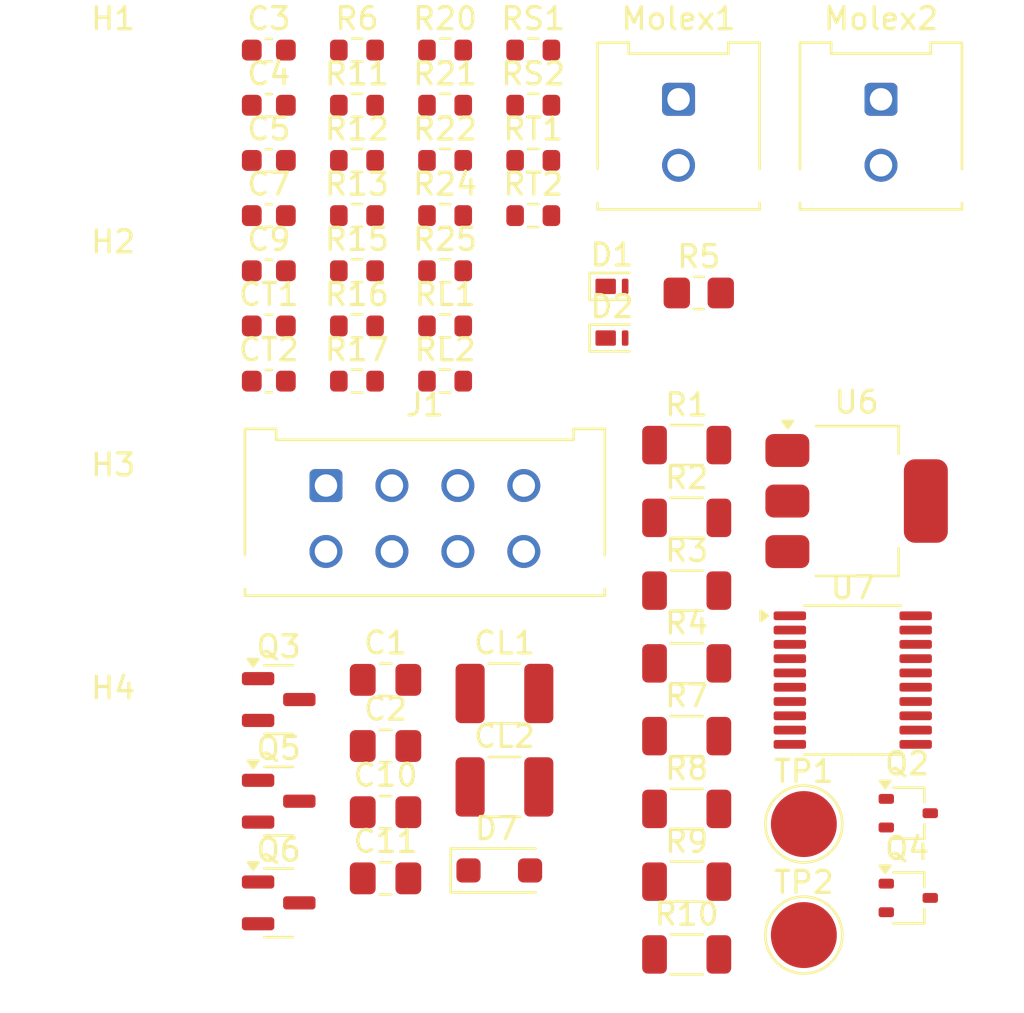
<source format=kicad_pcb>
(kicad_pcb (version 20241229) (generator "pcbnew") (generator_version "9.0")
  (layers (0 "F.Cu" signal) (2 "B.Cu" signal) (13 "F.Paste" user) (15 "B.Paste" user) (5 "F.SilkS" user "F.Silkscreen") (7 "B.SilkS" user "B.Silkscreen") (1 "F.Mask" user) (3 "B.Mask" user) (25 "Edge.Cuts" user))
  (net 0 "")
  (net 1 "Net-(PS1-+VIN(VCC))")
  (net 2 "3.3 V")
  (net 3 "12V_HV")
  (net 4 "HV-")
  (net 5 "Net-(U2-COMPIN)")
  (net 6 "Net-(U5-COMPIN)")
  (net 7 "GLV+")
  (net 8 "5V+")
  (net 9 "Net-(U5-IOUT)")
  (net 10 "Net-(CL1-Pad2)")
  (net 11 "Net-(CL2-Pad2)")
  (net 12 "Net-(U2-IOUT)")
  (net 13 "Net-(U5-RC)")
  (net 14 "Net-(U2-RC)")
  (net 15 "Net-(D2-K)")
  (net 16 "Net-(D7-A)")
  (net 17 "Pre_en")
  (net 18 "PC_error")
  (net 19 "charge_on")
  (net 20 "AIR+_en")
  (net 21 "SDCin")
  (net 22 "CHG")
  (net 23 "Net-(Molex1-Pin_2)")
  (net 24 "Net-(Molex1-Pin_1)")
  (net 25 "Net-(Molex2-Pin_2)")
  (net 26 "Net-(Molex2-Pin_1)")
  (net 27 "Net-(Q2-G)")
  (net 28 "Pre_GLV+")
  (net 29 "Net-(Q6-G)")
  (net 30 "Net-(Q6-S)")
  (net 31 "Net-(R1-Pad2)")
  (net 32 "/HV+_postAIR")
  (net 33 "Net-(R2-Pad2)")
  (net 34 "Net-(R3-Pad2)")
  (net 35 "Net-(R16-Pad1)")
  (net 36 "Net-(R7-Pad2)")
  (net 37 "/HV+_preAIR")
  (net 38 "Net-(R8-Pad2)")
  (net 39 "Net-(R10-Pad1)")
  (net 40 "Net-(R10-Pad2)")
  (net 41 "Net-(R12-Pad2)")
  (net 42 "Net-(R13-Pad2)")
  (net 43 "Net-(U2-FOUT)")
  (net 44 "Net-(U5-FOUT)")
  (net 45 "f_postAIR")
  (net 46 "f_preAIR")
  (net 47 "Net-(U5-IREF)")
  (net 48 "Net-(U2-IREF)")
  (footprint "Package_TO_SOT_SMD:SOT-23" (layer "F.Cu") (at 130.11 103.96)
    (property "Reference" "Q5" (at 0 -2.4 0) (layer "F.SilkS"))
    (property "Value" "AO3401A")
    (fp_line (start 0 -1.56) (end -0.65 -1.56) (stroke (width 0.12)) (layer "F.SilkS"))
    (fp_line (start 0 -1.56) (end 0.65 -1.56) (stroke (width 0.12)) (layer "F.SilkS"))
    (fp_line (start 0 1.56) (end -0.65 1.56) (stroke (width 0.12)) (layer "F.SilkS"))
    (fp_line (start 0 1.56) (end 0.65 1.56) (stroke (width 0.12)) (layer "F.SilkS"))
    (fp_poly (pts (xy -1.1625 -1.51) (xy -1.4025 -1.84) (xy -0.9225 -1.84)) (stroke (width 0.12)) (fill yes) (layer "F.SilkS"))
    (pad "1" smd roundrect (at -0.9375 -0.95) (size 1.475 0.6) (layers "F.Cu" "F.Mask" "F.Paste") (net 16 "Net-(D7-A)"))
    (pad "2" smd roundrect (at -0.9375 0.95) (size 1.475 0.6) (layers "F.Cu" "F.Mask" "F.Paste") (net 7 "GLV+"))
    (pad "3" smd roundrect (at 0.9375 0) (size 1.475 0.6) (layers "F.Cu" "F.Mask" "F.Paste") (net 28 "Pre_GLV+"))
  )
  (footprint "Capacitor_SMD:C_0805_2012Metric_Pad1.18x1.45mm_HandSolder" (layer "F.Cu") (at 134.97 101.45)
    (property "Reference" "C2" (at 0 -1.68 0) (layer "F.SilkS"))
    (property "Value" "0.47uF")
    (fp_line (start -0.261252 -0.735) (end 0.261252 -0.735) (stroke (width 0.12)) (layer "F.SilkS"))
    (fp_line (start -0.261252 0.735) (end 0.261252 0.735) (stroke (width 0.12)) (layer "F.SilkS"))
    (pad "1" smd roundrect (at -1.0375 0) (size 1.175 1.45) (layers "F.Cu" "F.Mask" "F.Paste") (roundrect_rratio 0.212766) (net 3 "12V_HV"))
    (pad "2" smd roundrect (at 1.0375 0) (size 1.175 1.45) (layers "F.Cu" "F.Mask" "F.Paste") (roundrect_rratio 0.212766) (net 4 "HV-"))
  )
  (footprint "Capacitor_SMD:C_0805_2012Metric_Pad1.18x1.45mm_HandSolder" (layer "F.Cu") (at 134.97 107.47)
    (property "Reference" "C11" (at 0 -1.68 0) (layer "F.SilkS"))
    (property "Value" "10uF")
    (fp_line (start -0.261252 -0.735) (end 0.261252 -0.735) (stroke (width 0.12)) (layer "F.SilkS"))
    (fp_line (start -0.261252 0.735) (end 0.261252 0.735) (stroke (width 0.12)) (layer "F.SilkS"))
    (pad "1" smd roundrect (at -1.0375 0) (size 1.175 1.45) (layers "F.Cu" "F.Mask" "F.Paste") (roundrect_rratio 0.212766) (net 8 "5V+"))
    (pad "2" smd roundrect (at 1.0375 0) (size 1.175 1.45) (layers "F.Cu" "F.Mask" "F.Paste") (roundrect_rratio 0.212766) (net 2 "3.3 V"))
  )
  (footprint "Package_TO_SOT_SMD:SOT-23" (layer "F.Cu") (at 130.11 99.335)
    (property "Reference" "Q3" (at 0 -2.4 0) (layer "F.SilkS"))
    (property "Value" "DMP2035U")
    (fp_line (start 0 -1.56) (end -0.65 -1.56) (stroke (width 0.12)) (layer "F.SilkS"))
    (fp_line (start 0 -1.56) (end 0.65 -1.56) (stroke (width 0.12)) (layer "F.SilkS"))
    (fp_line (start 0 1.56) (end -0.65 1.56) (stroke (width 0.12)) (layer "F.SilkS"))
    (fp_line (start 0 1.56) (end 0.65 1.56) (stroke (width 0.12)) (layer "F.SilkS"))
    (fp_poly (pts (xy -1.1625 -1.51) (xy -1.4025 -1.84) (xy -0.9225 -1.84)) (stroke (width 0.12)) (fill yes) (layer "F.SilkS"))
    (pad "1" smd roundrect (at -0.9375 -0.95) (size 1.475 0.6) (layers "F.Cu" "F.Mask" "F.Paste") (net 19 "charge_on"))
    (pad "2" smd roundrect (at -0.9375 0.95) (size 1.475 0.6) (layers "F.Cu" "F.Mask" "F.Paste") (net 21 "SDCin"))
    (pad "3" smd roundrect (at 0.9375 0) (size 1.475 0.6) (layers "F.Cu" "F.Mask" "F.Paste") (net 22 "CHG"))
  )
  (footprint "Capacitor_SMD:C_0603_1608Metric" (layer "F.Cu") (at 129.66 72.3)
    (property "Reference" "C4" (at 0 -1.43 0) (layer "F.SilkS"))
    (property "Value" "100nF")
    (fp_line (start -0.14058 -0.51) (end 0.14058 -0.51) (stroke (width 0.12)) (layer "F.SilkS"))
    (fp_line (start -0.14058 0.51) (end 0.14058 0.51) (stroke (width 0.12)) (layer "F.SilkS"))
    (pad "1" smd roundrect (at -0.775 0) (size 0.9 0.95) (layers "F.Cu" "F.Mask" "F.Paste") (net 3 "12V_HV"))
    (pad "2" smd roundrect (at 0.775 0) (size 0.9 0.95) (layers "F.Cu" "F.Mask" "F.Paste") (net 4 "HV-"))
  )
  (footprint "MountingHole:MountingHole_4.3mm_M4" (layer "F.Cu") (at 122.58 93.91)
    (property "Reference" "H3" (at 0 -5.25 0) (layer "F.SilkS"))
    (property "Value" "MountingHole")
    (pad "" np_thru_hole circle (at 0 0) (size 4.3 4.3) (drill 4.3) (layers "*.Cu" "*.Mask"))
  )
  (footprint "Resistor_SMD:R_0603_1608Metric" (layer "F.Cu") (at 133.67 72.3)
    (property "Reference" "R11" (at 0 -1.43 0) (layer "F.SilkS"))
    (property "Value" "25k")
    (fp_line (start -0.237258 -0.5225) (end 0.237258 -0.5225) (stroke (width 0.12)) (layer "F.SilkS"))
    (fp_line (start -0.237258 0.5225) (end 0.237258 0.5225) (stroke (width 0.12)) (layer "F.SilkS"))
    (pad "1" smd roundrect (at -0.825 0) (size 0.8 0.95) (layers "F.Cu" "F.Mask" "F.Paste") (net 40 "Net-(R10-Pad2)"))
    (pad "2" smd roundrect (at 0.825 0) (size 0.8 0.95) (layers "F.Cu" "F.Mask" "F.Paste") (net 4 "HV-"))
  )
  (footprint "Capacitor_SMD:C_0603_1608Metric" (layer "F.Cu") (at 129.66 74.81)
    (property "Reference" "C5" (at 0 -1.43 0) (layer "F.SilkS"))
    (property "Value" "100nF")
    (fp_line (start -0.14058 -0.51) (end 0.14058 -0.51) (stroke (width 0.12)) (layer "F.SilkS"))
    (fp_line (start -0.14058 0.51) (end 0.14058 0.51) (stroke (width 0.12)) (layer "F.SilkS"))
    (pad "1" smd roundrect (at -0.775 0) (size 0.9 0.95) (layers "F.Cu" "F.Mask" "F.Paste") (net 5 "Net-(U2-COMPIN)"))
    (pad "2" smd roundrect (at 0.775 0) (size 0.9 0.95) (layers "F.Cu" "F.Mask" "F.Paste") (net 4 "HV-"))
  )
  (footprint "Capacitor_SMD:C_0603_1608Metric" (layer "F.Cu") (at 129.66 79.83)
    (property "Reference" "C9" (at 0 -1.43 0) (layer "F.SilkS"))
    (property "Value" "100nF")
    (fp_line (start -0.14058 -0.51) (end 0.14058 -0.51) (stroke (width 0.12)) (layer "F.SilkS"))
    (fp_line (start -0.14058 0.51) (end 0.14058 0.51) (stroke (width 0.12)) (layer "F.SilkS"))
    (pad "1" smd roundrect (at -0.775 0) (size 0.9 0.95) (layers "F.Cu" "F.Mask" "F.Paste") (net 2 "3.3 V"))
    (pad "2" smd roundrect (at 0.775 0) (size 0.9 0.95) (layers "F.Cu" "F.Mask" "F.Paste") (net 2 "3.3 V"))
  )
  (footprint "MountingHole:MountingHole_4.3mm_M4" (layer "F.Cu") (at 122.58 83.76)
    (property "Reference" "H2" (at 0 -5.25 0) (layer "F.SilkS"))
    (property "Value" "MountingHole")
    (pad "" np_thru_hole circle (at 0 0) (size 4.3 4.3) (drill 4.3) (layers "*.Cu" "*.Mask"))
  )
  (footprint "Capacitor_SMD:C_0603_1608Metric" (layer "F.Cu") (at 129.66 77.32)
    (property "Reference" "C7" (at 0 -1.43 0) (layer "F.SilkS"))
    (property "Value" "100nF")
    (fp_line (start -0.14058 -0.51) (end 0.14058 -0.51) (stroke (width 0.12)) (layer "F.SilkS"))
    (fp_line (start -0.14058 0.51) (end 0.14058 0.51) (stroke (width 0.12)) (layer "F.SilkS"))
    (pad "1" smd roundrect (at -0.775 0) (size 0.9 0.95) (layers "F.Cu" "F.Mask" "F.Paste") (net 6 "Net-(U5-COMPIN)"))
    (pad "2" smd roundrect (at 0.775 0) (size 0.9 0.95) (layers "F.Cu" "F.Mask" "F.Paste") (net 4 "HV-"))
  )
  (footprint "Package_TO_SOT_SMD:SOT-323_SC-70" (layer "F.Cu") (at 158.75 104.505)
    (property "Reference" "Q2" (at -0.05 -2.25 0) (layer "F.SilkS"))
    (property "Value" "DMN3067LW")
    (fp_line (start -0.68 -1.16) (end 0.73 -1.16) (stroke (width 0.12)) (layer "F.SilkS"))
    (fp_line (start -0.68 1.16) (end 0.73 1.16) (stroke (width 0.12)) (layer "F.SilkS"))
    (fp_line (start 0.73 -1.16) (end 0.73 -0.5) (stroke (width 0.12)) (layer "F.SilkS"))
    (fp_line (start 0.73 0.5) (end 0.73 1.16) (stroke (width 0.12)) (layer "F.SilkS"))
    (fp_poly (pts (xy -1.05 -1.14) (xy -1.29 -1.47) (xy -0.81 -1.47) (xy -1.05 -1.14)) (stroke (width 0.12)) (fill yes) (layer "F.SilkS"))
    (pad "1" smd roundrect (at -1 -0.65 270) (size 0.45 0.7) (layers "F.Cu" "F.Mask" "F.Paste") (net 27 "Net-(Q2-G)"))
    (pad "2" smd roundrect (at -1 0.65 270) (size 0.45 0.7) (layers "F.Cu" "F.Mask" "F.Paste") (net 2 "3.3 V"))
    (pad "3" smd roundrect (at 1 0 270) (size 0.45 0.7) (layers "F.Cu" "F.Mask" "F.Paste") (net 20 "AIR+_en"))
  )
  (footprint "Resistor_SMD:R_1206_3216Metric" (layer "F.Cu") (at 148.67 87.76)
    (property "Reference" "R1" (at 0 -1.83 0) (layer "F.SilkS"))
    (property "Value" "210k")
    (fp_line (start -0.727064 -0.91) (end 0.727064 -0.91) (stroke (width 0.12)) (layer "F.SilkS"))
    (fp_line (start -0.727064 0.91) (end 0.727064 0.91) (stroke (width 0.12)) (layer "F.SilkS"))
    (pad "1" smd roundrect (at -1.4625 0) (size 1.125 1.75) (layers "F.Cu" "F.Mask" "F.Paste") (roundrect_rratio 0.222222) (net 32 "/HV+_postAIR"))
    (pad "2" smd roundrect (at 1.4625 0) (size 1.125 1.75) (layers "F.Cu" "F.Mask" "F.Paste") (roundrect_rratio 0.222222) (net 31 "Net-(R1-Pad2)"))
  )
  (footprint "Diode_SMD:Nexperia_DSN1608-2_1.6x0.8mm" (layer "F.Cu") (at 145.27 82.89)
    (property "Reference" "D2" (at 0 -1.43 0) (layer "F.SilkS"))
    (property "Value" "PTVS15VZ1USK")
    (fp_line (start -1.015 -0.61) (end -1.015 0.61) (stroke (width 0.12)) (layer "F.SilkS"))
    (fp_line (start -1.015 0.61) (end 0.8 0.61) (stroke (width 0.12)) (layer "F.SilkS"))
    (fp_line (start 0.8 -0.61) (end -1.015 -0.61) (stroke (width 0.12)) (layer "F.SilkS"))
    (pad "1" smd roundrect (at -0.285 0) (size 0.93 0.7) (layers "F.Cu" "F.Mask" "F.Paste") (roundrect_rratio 0.1071428571) (net 15 "Net-(D2-K)"))
    (pad "2" smd roundrect (at 0.6 0) (size 0.3 0.7) (layers "F.Cu" "F.Mask" "F.Paste") (net 2 "3.3 V"))
  )
  (footprint "Resistor_SMD:R_0805_2012Metric_Pad1.20x1.40mm_HandSolder" (layer "F.Cu") (at 149.22 80.84)
    (property "Reference" "R5" (at 0 -1.65 0) (layer "F.SilkS"))
    (property "Value" "10k")
    (fp_line (start -0.227064 -0.735) (end 0.227064 -0.735) (stroke (width 0.12)) (layer "F.SilkS"))
    (fp_line (start -0.227064 0.735) (end 0.227064 0.735) (stroke (width 0.12)) (layer "F.SilkS"))
    (pad "1" smd roundrect (at -1 0) (size 1.2 1.4) (layers "F.Cu" "F.Mask" "F.Paste") (roundrect_rratio 0.208333) (net 21 "SDCin"))
    (pad "2" smd roundrect (at 1 0) (size 1.2 1.4) (layers "F.Cu" "F.Mask" "F.Paste") (roundrect_rratio 0.208333) (net 19 "charge_on"))
  )
  (footprint "Resistor_SMD:R_0603_1608Metric" (layer "F.Cu") (at 133.67 79.83)
    (property "Reference" "R15" (at 0 -1.43 0) (layer "F.SilkS"))
    (property "Value" "10k")
    (fp_line (start -0.237258 -0.5225) (end 0.237258 -0.5225) (stroke (width 0.12)) (layer "F.SilkS"))
    (fp_line (start -0.237258 0.5225) (end 0.237258 0.5225) (stroke (width 0.12)) (layer "F.SilkS"))
    (pad "1" smd roundrect (at -0.825 0) (size 0.8 0.95) (layers "F.Cu" "F.Mask" "F.Paste") (net 3 "12V_HV"))
    (pad "2" smd roundrect (at 0.825 0) (size 0.8 0.95) (layers "F.Cu" "F.Mask" "F.Paste") (net 43 "Net-(U2-FOUT)"))
  )
  (footprint "Capacitor_SMD:C_0805_2012Metric_Pad1.18x1.45mm_HandSolder" (layer "F.Cu") (at 134.97 104.46)
    (property "Reference" "C10" (at 0 -1.68 0) (layer "F.SilkS"))
    (property "Value" "10uF")
    (fp_line (start -0.261252 -0.735) (end 0.261252 -0.735) (stroke (width 0.12)) (layer "F.SilkS"))
    (fp_line (start -0.261252 0.735) (end 0.261252 0.735) (stroke (width 0.12)) (layer "F.SilkS"))
    (pad "1" smd roundrect (at -1.0375 0) (size 1.175 1.45) (layers "F.Cu" "F.Mask" "F.Paste") (roundrect_rratio 0.212766) (net 7 "GLV+"))
    (pad "2" smd roundrect (at 1.0375 0) (size 1.175 1.45) (layers "F.Cu" "F.Mask" "F.Paste") (roundrect_rratio 0.212766) (net 2 "3.3 V"))
  )
  (footprint "Resistor_SMD:R_1206_3216Metric" (layer "F.Cu") (at 148.67 97.69)
    (property "Reference" "R4" (at 0 -1.83 0) (layer "F.SilkS"))
    (property "Value" "210k")
    (fp_line (start -0.727064 -0.91) (end 0.727064 -0.91) (stroke (width 0.12)) (layer "F.SilkS"))
    (fp_line (start -0.727064 0.91) (end 0.727064 0.91) (stroke (width 0.12)) (layer "F.SilkS"))
    (pad "1" smd roundrect (at -1.4625 0) (size 1.125 1.75) (layers "F.Cu" "F.Mask" "F.Paste") (roundrect_rratio 0.222222) (net 34 "Net-(R3-Pad2)"))
    (pad "2" smd roundrect (at 1.4625 0) (size 1.125 1.75) (layers "F.Cu" "F.Mask" "F.Paste") (roundrect_rratio 0.222222) (net 35 "Net-(R16-Pad1)"))
  )
  (footprint "Resistor_SMD:R_0603_1608Metric" (layer "F.Cu") (at 137.68 84.85)
    (property "Reference" "RL2" (at 0 -1.43 0) (layer "F.SilkS"))
    (property "Value" "RC0603FR-07100KL")
    (fp_line (start -0.237258 -0.5225) (end 0.237258 -0.5225) (stroke (width 0.12)) (layer "F.SilkS"))
    (fp_line (start -0.237258 0.5225) (end 0.237258 0.5225) (stroke (width 0.12)) (layer "F.SilkS"))
    (pad "1" smd roundrect (at -0.825 0) (size 0.8 0.95) (layers "F.Cu" "F.Mask" "F.Paste") (net 12 "Net-(U2-IOUT)"))
    (pad "2" smd roundrect (at 0.825 0) (size 0.8 0.95) (layers "F.Cu" "F.Mask" "F.Paste") (net 11 "Net-(CL2-Pad2)"))
  )
  (footprint "Resistor_SMD:R_0603_1608Metric" (layer "F.Cu") (at 137.68 82.34)
    (property "Reference" "RL1" (at 0 -1.43 0) (layer "F.SilkS"))
    (property "Value" "RC0603FR-07100KL")
    (fp_line (start -0.237258 -0.5225) (end 0.237258 -0.5225) (stroke (width 0.12)) (layer "F.SilkS"))
    (fp_line (start -0.237258 0.5225) (end 0.237258 0.5225) (stroke (width 0.12)) (layer "F.SilkS"))
    (pad "1" smd roundrect (at -0.825 0) (size 0.8 0.95) (layers "F.Cu" "F.Mask" "F.Paste") (net 9 "Net-(U5-IOUT)"))
    (pad "2" smd roundrect (at 0.825 0) (size 0.8 0.95) (layers "F.Cu" "F.Mask" "F.Paste") (net 10 "Net-(CL1-Pad2)"))
  )
  (footprint "TestPoint:TestPoint_Pad_D3.0mm" (layer "F.Cu") (at 154 105)
    (property "Reference" "TP1" (at 0 -2.398 0) (layer "F.SilkS"))
    (property "Value" "TestPoint")
    (fp_circle (center 0 0) (end 0 1.75) (stroke (width 0.12)) (fill no) (layer "F.SilkS"))
    (pad "1" smd circle (at 0 0) (size 3 3) (layers "F.Cu" "F.Mask") (net 4 "HV-"))
  )
  (footprint "Capacitor_SMD:C_0603_1608Metric" (layer "F.Cu") (at 129.66 84.85)
    (property "Reference" "CT2" (at 0 -1.43 0) (layer "F.SilkS"))
    (property "Value" "C1608C0G1H103JT000N")
    (fp_line (start -0.14058 -0.51) (end 0.14058 -0.51) (stroke (width 0.12)) (layer "F.SilkS"))
    (fp_line (start -0.14058 0.51) (end 0.14058 0.51) (stroke (width 0.12)) (layer "F.SilkS"))
    (pad "1" smd roundrect (at -0.775 0) (size 0.9 0.95) (layers "F.Cu" "F.Mask" "F.Paste") (net 14 "Net-(U2-RC)"))
    (pad "2" smd roundrect (at 0.775 0) (size 0.9 0.95) (layers "F.Cu" "F.Mask" "F.Paste") (net 4 "HV-"))
  )
  (footprint "Connector_Molex:Molex_Micro-Fit_3.0_43045-0212_2x01_P3.00mm_Vertical" (layer "F.Cu") (at 148.3 72.03)
    (property "Reference" "Molex1" (at 0 -3.67 0) (layer "F.SilkS"))
    (property "Value" "043045-0212")
    (fp_line (start -3.685 -2.58) (end -2.265 -2.58) (stroke (width 0.12)) (layer "F.SilkS"))
    (fp_line (start -3.685 3.17) (end -3.685 -2.58) (stroke (width 0.12)) (layer "F.SilkS"))
    (fp_line (start -3.685 4.71) (end -3.685 5.01) (stroke (width 0.12)) (layer "F.SilkS"))
    (fp_line (start -3.685 5.01) (end 3.685 5.01) (stroke (width 0.12)) (layer "F.SilkS"))
    (fp_line (start -2.265 -2.58) (end -2.265 -2.08) (stroke (width 0.12)) (layer "F.SilkS"))
    (fp_line (start -2.265 -2.08) (end 2.265 -2.08) (stroke (width 0.12)) (layer "F.SilkS"))
    (fp_line (start 2.265 -2.58) (end 3.685 -2.58) (stroke (width 0.12)) (layer "F.SilkS"))
    (fp_line (start 2.265 -2.08) (end 2.265 -2.58) (stroke (width 0.12)) (layer "F.SilkS"))
    (fp_line (start 3.685 -2.58) (end 3.685 3.17) (stroke (width 0.12)) (layer "F.SilkS"))
    (fp_line (start 3.685 5.01) (end 3.685 4.71) (stroke (width 0.12)) (layer "F.SilkS"))
    (pad "" np_thru_hole circle (at -3 3.94) (size 1.02 1.02) (drill 1.02) (layers "*.Cu" "*.Mask"))
    (pad "" np_thru_hole circle (at 3 3.94) (size 1.02 1.02) (drill 1.02) (layers "*.Cu" "*.Mask"))
    (pad "1" thru_hole roundrect (at 0 0) (size 1.5 1.5) (drill 1.02) (layers "*.Cu" "*.Mask") (roundrect_rratio 0.166667) (net 24 "Net-(Molex1-Pin_1)"))
    (pad "2" thru_hole circle (at 0 3) (size 1.5 1.5) (drill 1.02) (layers "*.Cu" "*.Mask") (net 23 "Net-(Molex1-Pin_2)"))
  )
  (footprint "Capacitor_SMD:C_1210_3225Metric_Pad1.33x2.70mm_HandSolder" (layer "F.Cu") (at 140.38 99.06)
    (property "Reference" "CL1" (at 0 -2.3 0) (layer "F.SilkS"))
    (property "Value" "ECPU1C105MA5")
    (fp_line (start -0.711252 -1.36) (end 0.711252 -1.36) (stroke (width 0.12)) (layer "F.SilkS"))
    (fp_line (start -0.711252 1.36) (end 0.711252 1.36) (stroke (width 0.12)) (layer "F.SilkS"))
    (pad "1" smd roundrect (at -1.5625 0) (size 1.325 2.7) (layers "F.Cu" "F.Mask" "F.Paste") (roundrect_rratio 0.188679) (net 9 "Net-(U5-IOUT)"))
    (pad "2" smd roundrect (at 1.5625 0) (size 1.325 2.7) (layers "F.Cu" "F.Mask" "F.Paste") (roundrect_rratio 0.188679) (net 10 "Net-(CL1-Pad2)"))
  )
  (footprint "Resistor_SMD:R_0603_1608Metric" (layer "F.Cu") (at 141.69 69.79)
    (property "Reference" "RS1" (at 0 -1.43 0) (layer "F.SilkS"))
    (property "Value" "0603WAF1202T5E")
    (fp_line (start -0.237258 -0.5225) (end 0.237258 -0.5225) (stroke (width 0.12)) (layer "F.SilkS"))
    (fp_line (start -0.237258 0.5225) (end 0.237258 0.5225) (stroke (width 0.12)) (layer "F.SilkS"))
    (pad "1" smd roundrect (at -0.825 0) (size 0.8 0.95) (layers "F.Cu" "F.Mask" "F.Paste") (net 4 "HV-"))
    (pad "2" smd roundrect (at 0.825 0) (size 0.8 0.95) (layers "F.Cu" "F.Mask" "F.Paste") (net 47 "Net-(U5-IREF)"))
  )
  (footprint "Resistor_SMD:R_1206_3216Metric" (layer "F.Cu") (at 148.67 94.38)
    (property "Reference" "R3" (at 0 -1.83 0) (layer "F.SilkS"))
    (property "Value" "210k")
    (fp_line (start -0.727064 -0.91) (end 0.727064 -0.91) (stroke (width 0.12)) (layer "F.SilkS"))
    (fp_line (start -0.727064 0.91) (end 0.727064 0.91) (stroke (width 0.12)) (layer "F.SilkS"))
    (pad "1" smd roundrect (at -1.4625 0) (size 1.125 1.75) (layers "F.Cu" "F.Mask" "F.Paste") (roundrect_rratio 0.222222) (net 33 "Net-(R2-Pad2)"))
    (pad "2" smd roundrect (at 1.4625 0) (size 1.125 1.75) (layers "F.Cu" "F.Mask" "F.Paste") (roundrect_rratio 0.222222) (net 34 "Net-(R3-Pad2)"))
  )
  (footprint "Resistor_SMD:R_1206_3216Metric" (layer "F.Cu") (at 148.67 110.93)
    (property "Reference" "R10" (at 0 -1.83 0) (layer "F.SilkS"))
    (property "Value" "210k")
    (fp_line (start -0.727064 -0.91) (end 0.727064 -0.91) (stroke (width 0.12)) (layer "F.SilkS"))
    (fp_line (start -0.727064 0.91) (end 0.727064 0.91) (stroke (width 0.12)) (layer "F.SilkS"))
    (pad "1" smd roundrect (at -1.4625 0) (size 1.125 1.75) (layers "F.Cu" "F.Mask" "F.Paste") (roundrect_rratio 0.222222) (net 39 "Net-(R10-Pad1)"))
    (pad "2" smd roundrect (at 1.4625 0) (size 1.125 1.75) (layers "F.Cu" "F.Mask" "F.Paste") (roundrect_rratio 0.222222) (net 40 "Net-(R10-Pad2)"))
  )
  (footprint "Resistor_SMD:R_0603_1608Metric" (layer "F.Cu") (at 137.68 77.32)
    (property "Reference" "R24" (at 0 -1.43 0) (layer "F.SilkS"))
    (property "Value" "1k")
    (fp_line (start -0.237258 -0.5225) (end 0.237258 -0.5225) (stroke (width 0.12)) (layer "F.SilkS"))
    (fp_line (start -0.237258 0.5225) (end 0.237258 0.5225) (stroke (width 0.12)) (layer "F.SilkS"))
    (pad "1" smd roundrect (at -0.825 0) (size 0.8 0.95) (layers "F.Cu" "F.Mask" "F.Paste") (net 2 "3.3 V"))
    (pad "2" smd roundrect (at 0.825 0) (size 0.8 0.95) (layers "F.Cu" "F.Mask" "F.Paste") (net 45 "f_postAIR"))
  )
  (footprint "Package_TO_SOT_SMD:SOT-323_SC-70" (layer "F.Cu") (at 158.75 108.36)
    (property "Reference" "Q4" (at -0.05 -2.25 0) (layer "F.SilkS"))
    (property "Value" "DMN3067LW")
    (fp_line (start -0.68 -1.16) (end 0.73 -1.16) (stroke (width 0.12)) (layer "F.SilkS"))
    (fp_line (start -0.68 1.16) (end 0.73 1.16) (stroke (width 0.12)) (layer "F.SilkS"))
    (fp_line (start 0.73 -1.16) (end 0.73 -0.5) (stroke (width 0.12)) (layer "F.SilkS"))
    (fp_line (start 0.73 0.5) (end 0.73 1.16) (stroke (width 0.12)) (layer "F.SilkS"))
    (fp_poly (pts (xy -1.05 -1.14) (xy -1.29 -1.47) (xy -0.81 -1.47) (xy -1.05 -1.14)) (stroke (width 0.12)) (fill yes) (layer "F.SilkS"))
    (pad "1" smd roundrect (at -1 -0.65 270) (size 0.45 0.7) (layers "F.Cu" "F.Mask" "F.Paste") (net 17 "Pre_en"))
    (pad "2" smd roundrect (at -1 0.65 270) (size 0.45 0.7) (layers "F.Cu" "F.Mask" "F.Paste") (net 2 "3.3 V"))
    (pad "3" smd roundrect (at 1 0 270) (size 0.45 0.7) (layers "F.Cu" "F.Mask" "F.Paste") (net 17 "Pre_en"))
  )
  (footprint "Resistor_SMD:R_0603_1608Metric" (layer "F.Cu") (at 133.67 82.34)
    (property "Reference" "R16" (at 0 -1.43 0) (layer "F.SilkS"))
    (property "Value" "100k")
    (fp_line (start -0.237258 -0.5225) (end 0.237258 -0.5225) (stroke (width 0.12)) (layer "F.SilkS"))
    (fp_line (start -0.237258 0.5225) (end 0.237258 0.5225) (stroke (width 0.12)) (layer "F.SilkS"))
    (pad "1" smd roundrect (at -0.825 0) (size 0.8 0.95) (layers "F.Cu" "F.Mask" "F.Paste") (net 35 "Net-(R16-Pad1)"))
    (pad "2" smd roundrect (at 0.825 0) (size 0.8 0.95) (layers "F.Cu" "F.Mask" "F.Paste") (net 5 "Net-(U2-COMPIN)"))
  )
  (footprint "Resistor_SMD:R_0603_1608Metric" (layer "F.Cu") (at 137.68 74.81)
    (property "Reference" "R22" (at 0 -1.43 0) (layer "F.SilkS"))
    (property "Value" "47")
    (fp_line (start -0.237258 -0.5225) (end 0.237258 -0.5225) (stroke (width 0.12)) (layer "F.SilkS"))
    (fp_line (start -0.237258 0.5225) (end 0.237258 0.5225) (stroke (width 0.12)) (layer "F.SilkS"))
    (pad "1" smd roundrect (at -0.825 0) (size 0.8 0.95) (layers "F.Cu" "F.Mask" "F.Paste") (net 10 "Net-(CL1-Pad2)"))
    (pad "2" smd roundrect (at 0.825 0) (size 0.8 0.95) (layers "F.Cu" "F.Mask" "F.Paste") (net 4 "HV-"))
  )
  (footprint "Diode_SMD:Nexperia_DSN1608-2_1.6x0.8mm" (layer "F.Cu") (at 145.27 80.54)
    (property "Reference" "D1" (at 0 -1.43 0) (layer "F.SilkS"))
    (property "Value" "PTVS15VZ1USK")
    (fp_line (start -1.015 -0.61) (end -1.015 0.61) (stroke (width 0.12)) (layer "F.SilkS"))
    (fp_line (start -1.015 0.61) (end 0.8 0.61) (stroke (width 0.12)) (layer "F.SilkS"))
    (fp_line (start 0.8 -0.61) (end -1.015 -0.61) (stroke (width 0.12)) (layer "F.SilkS"))
    (pad "1" smd roundrect (at -0.285 0) (size 0.93 0.7) (layers "F.Cu" "F.Mask" "F.Paste") (roundrect_rratio 0.1071428571) (net 3 "12V_HV"))
    (pad "2" smd roundrect (at 0.6 0) (size 0.3 0.7) (layers "F.Cu" "F.Mask" "F.Paste") (net 4 "HV-"))
  )
  (footprint "Capacitor_SMD:C_0603_1608Metric" (layer "F.Cu") (at 129.66 82.34)
    (property "Reference" "CT1" (at 0 -1.43 0) (layer "F.SilkS"))
    (property "Value" "C1608C0G1H103JT000N")
    (fp_line (start -0.14058 -0.51) (end 0.14058 -0.51) (stroke (width 0.12)) (layer "F.SilkS"))
    (fp_line (start -0.14058 0.51) (end 0.14058 0.51) (stroke (width 0.12)) (layer "F.SilkS"))
    (pad "1" smd roundrect (at -0.775 0) (size 0.9 0.95) (layers "F.Cu" "F.Mask" "F.Paste") (net 13 "Net-(U5-RC)"))
    (pad "2" smd roundrect (at 0.775 0) (size 0.9 0.95) (layers "F.Cu" "F.Mask" "F.Paste") (net 4 "HV-"))
  )
  (footprint "Diode_SMD:D_SOD-123F" (layer "F.Cu") (at 140.145 107.11)
    (property "Reference" "D7" (at -0.127 -1.905 0) (layer "F.SilkS"))
    (property "Value" "BZT52B-7-F")
    (fp_line (start -2.21 -1) (end -2.21 1) (stroke (width 0.12)) (layer "F.SilkS"))
    (fp_line (start -2.21 -1) (end 1.65 -1) (stroke (width 0.12)) (layer "F.SilkS"))
    (fp_line (start -2.21 1) (end 1.65 1) (stroke (width 0.12)) (layer "F.SilkS"))
    (pad "1" smd roundrect (at -1.4 0) (size 1.1 1.1) (layers "F.Cu" "F.Mask" "F.Paste") (roundrect_rratio 0.2272727273) (net 7 "GLV+"))
    (pad "2" smd roundrect (at 1.4 0) (size 1.1 1.1) (layers "F.Cu" "F.Mask" "F.Paste") (roundrect_rratio 0.2272727273) (net 16 "Net-(D7-A)"))
  )
  (footprint "Resistor_SMD:R_0603_1608Metric" (layer "F.Cu") (at 141.69 74.81)
    (property "Reference" "RT1" (at 0 -1.43 0) (layer "F.SilkS"))
    (property "Value" "0603WAF6801T5E")
    (fp_line (start -0.237258 -0.5225) (end 0.237258 -0.5225) (stroke (width 0.12)) (layer "F.SilkS"))
    (fp_line (start -0.237258 0.5225) (end 0.237258 0.5225) (stroke (width 0.12)) (layer "F.SilkS"))
    (pad "1" smd roundrect (at -0.825 0) (size 0.8 0.95) (layers "F.Cu" "F.Mask" "F.Paste") (net 13 "Net-(U5-RC)"))
    (pad "2" smd roundrect (at 0.825 0) (size 0.8 0.95) (layers "F.Cu" "F.Mask" "F.Paste") (net 3 "12V_HV"))
  )
  (footprint "Resistor_SMD:R_1206_3216Metric" (layer "F.Cu") (at 148.67 101)
    (property "Reference" "R7" (at 0 -1.83 0) (layer "F.SilkS"))
    (property "Value" "210k")
    (fp_line (start -0.727064 -0.91) (end 0.727064 -0.91) (stroke (width 0.12)) (layer "F.SilkS"))
    (fp_line (start -0.727064 0.91) (end 0.727064 0.91) (stroke (width 0.12)) (layer "F.SilkS"))
    (pad "1" smd roundrect (at -1.4625 0) (size 1.125 1.75) (layers "F.Cu" "F.Mask" "F.Paste") (roundrect_rratio 0.222222) (net 37 "/HV+_preAIR"))
    (pad "2" smd roundrect (at 1.4625 0) (size 1.125 1.75) (layers "F.Cu" "F.Mask" "F.Paste") (roundrect_rratio 0.222222) (net 36 "Net-(R7-Pad2)"))
  )
  (footprint "Resistor_SMD:R_1206_3216Metric" (layer "F.Cu") (at 148.67 107.62)
    (property "Reference" "R9" (at 0 -1.83 0) (layer "F.SilkS"))
    (property "Value" "210k")
    (fp_line (start -0.727064 -0.91) (end 0.727064 -0.91) (stroke (width 0.12)) (layer "F.SilkS"))
    (fp_line (start -0.727064 0.91) (end 0.727064 0.91) (stroke (width 0.12)) (layer "F.SilkS"))
    (pad "1" smd roundrect (at -1.4625 0) (size 1.125 1.75) (layers "F.Cu" "F.Mask" "F.Paste") (roundrect_rratio 0.222222) (net 38 "Net-(R8-Pad2)"))
    (pad "2" smd roundrect (at 1.4625 0) (size 1.125 1.75) (layers "F.Cu" "F.Mask" "F.Paste") (roundrect_rratio 0.222222) (net 39 "Net-(R10-Pad1)"))
  )
  (footprint "TestPoint:TestPoint_Pad_D3.0mm" (layer "F.Cu") (at 154 110.05)
    (property "Reference" "TP2" (at 0 -2.398 0) (layer "F.SilkS"))
    (property "Value" "TestPoint")
    (fp_circle (center 0 0) (end 0 1.75) (stroke (width 0.12)) (fill no) (layer "F.SilkS"))
    (pad "1" smd circle (at 0 0) (size 3 3) (layers "F.Cu" "F.Mask") (net 2 "3.3 V"))
  )
  (footprint "Package_SO:TSSOP-20_4.4x6.5mm_P0.65mm" (layer "F.Cu") (at 156.225 98.45)
    (property "Reference" "U7" (at 0 -4.2 0) (layer "F.SilkS"))
    (property "Value" "STM32C011F4Px")
    (fp_line (start 0 -3.385) (end -2.2 -3.385) (stroke (width 0.12)) (layer "F.SilkS"))
    (fp_line (start 0 -3.385) (end 2.2 -3.385) (stroke (width 0.12)) (layer "F.SilkS"))
    (fp_line (start 0 3.385) (end -2.2 3.385) (stroke (width 0.12)) (layer "F.SilkS"))
    (fp_line (start 0 3.385) (end 2.2 3.385) (stroke (width 0.12)) (layer "F.SilkS"))
    (fp_poly (pts (xy -3.86 -2.925) (xy -4.19 -2.685) (xy -4.19 -3.165)) (stroke (width 0.12)) (fill yes) (layer "F.SilkS"))
    (pad "1" smd roundrect (at -2.8625 -2.925) (size 1.475 0.4) (layers "F.Cu" "F.Mask" "F.Paste") (net 17 "Pre_en"))
    (pad "2" smd roundrect (at -2.8625 -2.275) (size 1.475 0.4) (layers "F.Cu" "F.Mask" "F.Paste"))
    (pad "3" smd roundrect (at -2.8625 -1.625) (size 1.475 0.4) (layers "F.Cu" "F.Mask" "F.Paste"))
    (pad "4" smd roundrect (at -2.8625 -0.975) (size 1.475 0.4) (layers "F.Cu" "F.Mask" "F.Paste") (net 2 "3.3 V"))
    (pad "5" smd roundrect (at -2.8625 -0.325) (size 1.475 0.4) (layers "F.Cu" "F.Mask" "F.Paste"))
    (pad "6" smd roundrect (at -2.8625 0.325) (size 1.475 0.4) (layers "F.Cu" "F.Mask" "F.Paste"))
    (pad "7" smd roundrect (at -2.8625 0.975) (size 1.475 0.4) (layers "F.Cu" "F.Mask" "F.Paste"))
    (pad "8" smd roundrect (at -2.8625 1.625) (size 1.475 0.4) (layers "F.Cu" "F.Mask" "F.Paste"))
    (pad "9" smd roundrect (at -2.8625 2.275) (size 1.475 0.4) (layers "F.Cu" "F.Mask" "F.Paste"))
    (pad "10" smd roundrect (at -2.8625 2.925) (size 1.475 0.4) (layers "F.Cu" "F.Mask" "F.Paste"))
    (pad "11" smd roundrect (at 2.8625 2.925) (size 1.475 0.4) (layers "F.Cu" "F.Mask" "F.Paste") (net 46 "f_preAIR"))
    (pad "12" smd roundrect (at 2.8625 2.275) (size 1.475 0.4) (layers "F.Cu" "F.Mask" "F.Paste"))
    (pad "13" smd roundrect (at 2.8625 1.625) (size 1.475 0.4) (layers "F.Cu" "F.Mask" "F.Paste") (net 45 "f_postAIR"))
    (pad "14" smd roundrect (at 2.8625 0.975) (size 1.475 0.4) (layers "F.Cu" "F.Mask" "F.Paste"))
    (pad "15" smd roundrect (at 2.8625 0.325) (size 1.475 0.4) (layers "F.Cu" "F.Mask" "F.Paste") (net 30 "Net-(Q6-S)"))
    (pad "16" smd roundrect (at 2.8625 -0.325) (size 1.475 0.4) (layers "F.Cu" "F.Mask" "F.Paste") (net 27 "Net-(Q2-G)"))
    (pad "17" smd roundrect (at 2.8625 -0.975) (size 1.475 0.4) (layers "F.Cu" "F.Mask" "F.Paste") (net 18 "PC_error"))
    (pad "18" smd roundrect (at 2.8625 -1.625) (size 1.475 0.4) (layers "F.Cu" "F.Mask" "F.Paste"))
    (pad "19" smd roundrect (at 2.8625 -2.275) (size 1.475 0.4) (layers "F.Cu" "F.Mask" "F.Paste"))
    (pad "20" smd roundrect (at 2.8625 -2.925) (size 1.475 0.4) (layers "F.Cu" "F.Mask" "F.Paste"))
  )
  (footprint "Resistor_SMD:R_0603_1608Metric" (layer "F.Cu") (at 133.67 84.85)
    (property "Reference" "R17" (at 0 -1.43 0) (layer "F.SilkS"))
    (property "Value" "47")
    (fp_line (start -0.237258 -0.5225) (end 0.237258 -0.5225) (stroke (width 0.12)) (layer "F.SilkS"))
    (fp_line (start -0.237258 0.5225) (end 0.237258 0.5225) (stroke (width 0.12)) (layer "F.SilkS"))
    (pad "1" smd roundrect (at -0.825 0) (size 0.8 0.95) (layers "F.Cu" "F.Mask" "F.Paste") (net 11 "Net-(CL2-Pad2)"))
    (pad "2" smd roundrect (at 0.825 0) (size 0.8 0.95) (layers "F.Cu" "F.Mask" "F.Paste") (net 4 "HV-"))
  )
  (footprint "Resistor_SMD:R_0603_1608Metric" (layer "F.Cu") (at 133.67 74.81)
    (property "Reference" "R12" (at 0 -1.43 0) (layer "F.SilkS"))
    (property "Value" "4.7k")
    (fp_line (start -0.237258 -0.5225) (end 0.237258 -0.5225) (stroke (width 0.12)) (layer "F.SilkS"))
    (fp_line (start -0.237258 0.5225) (end 0.237258 0.5225) (stroke (width 0.12)) (layer "F.SilkS"))
    (pad "1" smd roundrect (at -0.825 0) (size 0.8 0.95) (layers "F.Cu" "F.Mask" "F.Paste") (net 3 "12V_HV"))
    (pad "2" smd roundrect (at 0.825 0) (size 0.8 0.95) (layers "F.Cu" "F.Mask" "F.Paste") (net 41 "Net-(R12-Pad2)"))
  )
  (footprint "Resistor_SMD:R_0603_1608Metric" (layer "F.Cu") (at 137.68 79.83)
    (property "Reference" "R25" (at 0 -1.43 0) (layer "F.SilkS"))
    (property "Value" "1k")
    (fp_line (start -0.237258 -0.5225) (end 0.237258 -0.5225) (stroke (width 0.12)) (layer "F.SilkS"))
    (fp_line (start -0.237258 0.5225) (end 0.237258 0.5225) (stroke (width 0.12)) (layer "F.SilkS"))
    (pad "1" smd roundrect (at -0.825 0) (size 0.8 0.95) (layers "F.Cu" "F.Mask" "F.Paste") (net 2 "3.3 V"))
    (pad "2" smd roundrect (at 0.825 0) (size 0.8 0.95) (layers "F.Cu" "F.Mask" "F.Paste") (net 46 "f_preAIR"))
  )
  (footprint "Package_TO_SOT_SMD:SOT-23" (layer "F.Cu") (at 130.11 108.585)
    (property "Reference" "Q6" (at 0 -2.4 0) (layer "F.SilkS"))
    (property "Value" "AO3401A")
    (fp_line (start 0 -1.56) (end -0.65 -1.56) (stroke (width 0.12)) (layer "F.SilkS"))
    (fp_line (start 0 -1.56) (end 0.65 -1.56) (stroke (width 0.12)) (layer "F.SilkS"))
    (fp_line (start 0 1.56) (end -0.65 1.56) (stroke (width 0.12)) (layer "F.SilkS"))
    (fp_line (start 0 1.56) (end 0.65 1.56) (stroke (width 0.12)) (layer "F.SilkS"))
    (fp_poly (pts (xy -1.1625 -1.51) (xy -1.4025 -1.84) (xy -0.9225 -1.84)) (stroke (width 0.12)) (fill yes) (layer "F.SilkS"))
    (pad "1" smd roundrect (at -0.9375 -0.95) (size 1.475 0.6) (layers "F.Cu" "F.Mask" "F.Paste") (net 29 "Net-(Q6-G)"))
    (pad "2" smd roundrect (at -0.9375 0.95) (size 1.475 0.6) (layers "F.Cu" "F.Mask" "F.Paste") (net 30 "Net-(Q6-S)"))
    (pad "3" smd roundrect (at 0.9375 0) (size 1.475 0.6) (layers "F.Cu" "F.Mask" "F.Paste") (net 2 "3.3 V"))
  )
  (footprint "Capacitor_SMD:C_0603_1608Metric" (layer "F.Cu") (at 129.66 69.79)
    (property "Reference" "C3" (at 0 -1.43 0) (layer "F.SilkS"))
    (property "Value" "100nF")
    (fp_line (start -0.14058 -0.51) (end 0.14058 -0.51) (stroke (width 0.12)) (layer "F.SilkS"))
    (fp_line (start -0.14058 0.51) (end 0.14058 0.51) (stroke (width 0.12)) (layer "F.SilkS"))
    (pad "1" smd roundrect (at -0.775 0) (size 0.9 0.95) (layers "F.Cu" "F.Mask" "F.Paste") (net 3 "12V_HV"))
    (pad "2" smd roundrect (at 0.775 0) (size 0.9 0.95) (layers "F.Cu" "F.Mask" "F.Paste") (net 4 "HV-"))
  )
  (footprint "Resistor_SMD:R_1206_3216Metric" (layer "F.Cu") (at 148.67 104.31)
    (property "Reference" "R8" (at 0 -1.83 0) (layer "F.SilkS"))
    (property "Value" "210k")
    (fp_line (start -0.727064 -0.91) (end 0.727064 -0.91) (stroke (width 0.12)) (layer "F.SilkS"))
    (fp_line (start -0.727064 0.91) (end 0.727064 0.91) (stroke (width 0.12)) (layer "F.SilkS"))
    (pad "1" smd roundrect (at -1.4625 0) (size 1.125 1.75) (layers "F.Cu" "F.Mask" "F.Paste") (roundrect_rratio 0.222222) (net 36 "Net-(R7-Pad2)"))
    (pad "2" smd roundrect (at 1.4625 0) (size 1.125 1.75) (layers "F.Cu" "F.Mask" "F.Paste") (roundrect_rratio 0.222222) (net 38 "Net-(R8-Pad2)"))
  )
  (footprint "Connector_Molex:Molex_Micro-Fit_3.0_43045-0812_2x04_P3.00mm_Vertical" (layer "F.Cu") (at 132.26 89.6)
    (property "Reference" "J1" (at 4.5 -3.67 0) (layer "F.SilkS"))
    (property "Value" "0430450812")
    (fp_line (start -3.685 -2.58) (end -2.265 -2.58) (stroke (width 0.12)) (layer "F.SilkS"))
    (fp_line (start -3.685 3.17) (end -3.685 -2.58) (stroke (width 0.12)) (layer "F.SilkS"))
    (fp_line (start -3.685 4.71) (end -3.685 5.01) (stroke (width 0.12)) (layer "F.SilkS"))
    (fp_line (start -3.685 5.01) (end 12.685 5.01) (stroke (width 0.12)) (layer "F.SilkS"))
    (fp_line (start -2.265 -2.58) (end -2.265 -2.08) (stroke (width 0.12)) (layer "F.SilkS"))
    (fp_line (start -2.265 -2.08) (end 11.265 -2.08) (stroke (width 0.12)) (layer "F.SilkS"))
    (fp_line (start 11.265 -2.58) (end 12.685 -2.58) (stroke (width 0.12)) (layer "F.SilkS"))
    (fp_line (start 11.265 -2.08) (end 11.265 -2.58) (stroke (width 0.12)) (layer "F.SilkS"))
    (fp_line (start 12.685 -2.58) (end 12.685 3.17) (stroke (width 0.12)) (layer "F.SilkS"))
    (fp_line (start 12.685 5.01) (end 12.685 4.71) (stroke (width 0.12)) (layer "F.SilkS"))
    (pad "" np_thru_hole circle (at -3 3.94) (size 1.02 1.02) (drill 1.02) (layers "*.Cu" "*.Mask"))
    (pad "" np_thru_hole circle (at 12 3.94) (size 1.02 1.02) (drill 1.02) (layers "*.Cu" "*.Mask"))
    (pad "1" thru_hole roundrect (at 0 0) (size 1.5 1.5) (drill 1.02) (layers "*.Cu" "*.Mask") (roundrect_rratio 0.166667) (net 15 "Net-(D2-K)"))
    (pad "2" thru_hole circle (at 3 0) (size 1.5 1.5) (drill 1.02) (layers "*.Cu" "*.Mask") (net 2 "3.3 V"))
    (pad "3" thru_hole circle (at 6 0) (size 1.5 1.5) (drill 1.02) (layers "*.Cu" "*.Mask") (net 22 "CHG"))
    (pad "4" thru_hole circle (at 9 0) (size 1.5 1.5) (drill 1.02) (layers "*.Cu" "*.Mask") (net 19 "charge_on"))
    (pad "5" thru_hole circle (at 0 3) (size 1.5 1.5) (drill 1.02) (layers "*.Cu" "*.Mask") (net 21 "SDCin"))
    (pad "6" thru_hole circle (at 3 3) (size 1.5 1.5) (drill 1.02) (layers "*.Cu" "*.Mask") (net 17 "Pre_en"))
    (pad "7" thru_hole circle (at 6 3) (size 1.5 1.5) (drill 1.02) (layers "*.Cu" "*.Mask") (net 20 "AIR+_en"))
    (pad "8" thru_hole circle (at 9 3) (size 1.5 1.5) (drill 1.02) (layers "*.Cu" "*.Mask") (net 18 "PC_error"))
  )
  (footprint "Resistor_SMD:R_0603_1608Metric" (layer "F.Cu") (at 141.69 72.3)
    (property "Reference" "RS2" (at 0 -1.43 0) (layer "F.SilkS"))
    (property "Value" "0603WAF1202T5E")
    (fp_line (start -0.237258 -0.5225) (end 0.237258 -0.5225) (stroke (width 0.12)) (layer "F.SilkS"))
    (fp_line (start -0.237258 0.5225) (end 0.237258 0.5225) (stroke (width 0.12)) (layer "F.SilkS"))
    (pad "1" smd roundrect (at -0.825 0) (size 0.8 0.95) (layers "F.Cu" "F.Mask" "F.Paste") (net 4 "HV-"))
    (pad "2" smd roundrect (at 0.825 0) (size 0.8 0.95) (layers "F.Cu" "F.Mask" "F.Paste") (net 48 "Net-(U2-IREF)"))
  )
  (footprint "MountingHole:MountingHole_4.3mm_M4" (layer "F.Cu") (at 122.58 73.61)
    (property "Reference" "H1" (at 0 -5.25 0) (layer "F.SilkS"))
    (property "Value" "MountingHole")
    (pad "" np_thru_hole circle (at 0 0) (size 4.3 4.3) (drill 4.3) (layers "*.Cu" "*.Mask"))
  )
  (footprint "Resistor_SMD:R_0603_1608Metric" (layer "F.Cu") (at 137.68 72.3)
    (property "Reference" "R21" (at 0 -1.43 0) (layer "F.SilkS"))
    (property "Value" "100k")
    (fp_line (start -0.237258 -0.5225) (end 0.237258 -0.5225) (stroke (width 0.12)) (layer "F.SilkS"))
    (fp_line (start -0.237258 0.5225) (end 0.237258 0.5225) (stroke (width 0.12)) (layer "F.SilkS"))
    (pad "1" smd roundrect (at -0.825 0) (size 0.8 0.95) (layers "F.Cu" "F.Mask" "F.Paste") (net 40 "Net-(R10-Pad2)"))
    (pad "2" smd roundrect (at 0.825 0) (size 0.8 0.95) (layers "F.Cu" "F.Mask" "F.Paste") (net 6 "Net-(U5-COMPIN)"))
  )
  (footprint "Resistor_SMD:R_0603_1608Metric" (layer "F.Cu") (at 137.68 69.79)
    (property "Reference" "R20" (at 0 -1.43 0) (layer "F.SilkS"))
    (property "Value" "10k")
    (fp_line (start -0.237258 -0.5225) (end 0.237258 -0.5225) (stroke (width 0.12)) (layer "F.SilkS"))
    (fp_line (start -0.237258 0.5225) (end 0.237258 0.5225) (stroke (width 0.12)) (layer "F.SilkS"))
    (pad "1" smd roundrect (at -0.825 0) (size 0.8 0.95) (layers "F.Cu" "F.Mask" "F.Paste") (net 3 "12V_HV"))
    (pad "2" smd roundrect (at 0.825 0) (size 0.8 0.95) (layers "F.Cu" "F.Mask" "F.Paste") (net 44 "Net-(U5-FOUT)"))
  )
  (footprint "MountingHole:MountingHole_4.3mm_M4" (layer "F.Cu") (at 122.58 104.06)
    (property "Reference" "H4" (at 0 -5.25 0) (layer "F.SilkS"))
    (property "Value" "MountingHole")
    (pad "" np_thru_hole circle (at 0 0) (size 4.3 4.3) (drill 4.3) (layers "*.Cu" "*.Mask"))
  )
  (footprint "Resistor_SMD:R_0603_1608Metric" (layer "F.Cu") (at 133.67 69.79)
    (property "Reference" "R6" (at 0 -1.43 0) (layer "F.SilkS"))
    (property "Value" "25k")
    (fp_line (start -0.237258 -0.5225) (end 0.237258 -0.5225) (stroke (width 0.12)) (layer "F.SilkS"))
    (fp_line (start -0.237258 0.5225) (end 0.237258 0.5225) (stroke (width 0.12)) (layer "F.SilkS"))
    (pad "1" smd roundrect (at -0.825 0) (size 0.8 0.95) (layers "F.Cu" "F.Mask" "F.Paste") (net 35 "Net-(R16-Pad1)"))
    (pad "2" smd roundrect (at 0.825 0) (size 0.8 0.95) (layers "F.Cu" "F.Mask" "F.Paste") (net 4 "HV-"))
  )
  (footprint "Capacitor_SMD:C_0805_2012Metric_Pad1.18x1.45mm_HandSolder" (layer "F.Cu") (at 134.97 98.44)
    (property "Reference" "C1" (at 0 -1.68 0) (layer "F.SilkS"))
    (property "Value" "22uF")
    (fp_line (start -0.261252 -0.735) (end 0.261252 -0.735) (stroke (width 0.12)) (layer "F.SilkS"))
    (fp_line (start -0.261252 0.735) (end 0.261252 0.735) (stroke (width 0.12)) (layer "F.SilkS"))
    (pad "1" smd roundrect (at -1.0375 0) (size 1.175 1.45) (layers "F.Cu" "F.Mask" "F.Paste") (roundrect_rratio 0.212766) (net 1 "Net-(PS1-+VIN(VCC))"))
    (pad "2" smd roundrect (at 1.0375 0) (size 1.175 1.45) (layers "F.Cu" "F.Mask" "F.Paste") (roundrect_rratio 0.212766) (net 2 "3.3 V"))
  )
  (footprint "Resistor_SMD:R_0603_1608Metric" (layer "F.Cu") (at 141.69 77.32)
    (property "Reference" "RT2" (at 0 -1.43 0) (layer "F.SilkS"))
    (property "Value" "0603WAF6801T5E")
    (fp_line (start -0.237258 -0.5225) (end 0.237258 -0.5225) (stroke (width 0.12)) (layer "F.SilkS"))
    (fp_line (start -0.237258 0.5225) (end 0.237258 0.5225) (stroke (width 0.12)) (layer "F.SilkS"))
    (pad "1" smd roundrect (at -0.825 0) (size 0.8 0.95) (layers "F.Cu" "F.Mask" "F.Paste") (net 14 "Net-(U2-RC)"))
    (pad "2" smd roundrect (at 0.825 0) (size 0.8 0.95) (layers "F.Cu" "F.Mask" "F.Paste") (net 3 "12V_HV"))
  )
  (footprint "Resistor_SMD:R_0603_1608Metric" (layer "F.Cu") (at 133.67 77.32)
    (property "Reference" "R13" (at 0 -1.43 0) (layer "F.SilkS"))
    (property "Value" "4.7k")
    (fp_line (start -0.237258 -0.5225) (end 0.237258 -0.5225) (stroke (width 0.12)) (layer "F.SilkS"))
    (fp_line (start -0.237258 0.5225) (end 0.237258 0.5225) (stroke (width 0.12)) (layer "F.SilkS"))
    (pad "1" smd roundrect (at -0.825 0) (size 0.8 0.95) (layers "F.Cu" "F.Mask" "F.Paste") (net 3 "12V_HV"))
    (pad "2" smd roundrect (at 0.825 0) (size 0.8 0.95) (layers "F.Cu" "F.Mask" "F.Paste") (net 42 "Net-(R13-Pad2)"))
  )
  (footprint "Package_TO_SOT_SMD:SOT-223-3_TabPin2" (layer "F.Cu") (at 156.4 90.305)
    (property "Reference" "U6" (at 0 -4.5 0) (layer "F.SilkS"))
    (property "Value" "NCP1117LPST50T3G")
    (fp_line (start -1.85 -3.41) (end 1.91 -3.41) (stroke (width 0.12)) (layer "F.SilkS"))
    (fp_line (start -1.85 3.41) (end 1.91 3.41) (stroke (width 0.12)) (layer "F.SilkS"))
    (fp_line (start 1.91 -3.41) (end 1.91 -2.15) (stroke (width 0.12)) (layer "F.SilkS"))
    (fp_line (start 1.91 3.41) (end 1.91 2.15) (stroke (width 0.12)) (layer "F.SilkS"))
    (fp_poly (pts (xy -3.13 -3.31) (xy -3.37 -3.64) (xy -2.89 -3.64) (xy -3.13 -3.31)) (stroke (width 0.12)) (fill yes) (layer "F.SilkS"))
    (pad "1" smd roundrect (at -3.15 -2.3) (size 2 1.5) (layers "F.Cu" "F.Mask" "F.Paste") (net 2 "3.3 V"))
    (pad "2" smd roundrect (at -3.15 0) (size 2 1.5) (layers "F.Cu" "F.Mask" "F.Paste") (net 8 "5V+"))
    (pad "2" smd roundrect (at 3.15 0) (size 2 3.8) (layers "F.Cu" "F.Mask" "F.Paste") (net 8 "5V+"))
    (pad "3" smd roundrect (at -3.15 2.3) (size 2 1.5) (layers "F.Cu" "F.Mask" "F.Paste") (net 7 "GLV+"))
  )
  (footprint "Connector_Molex:Molex_Micro-Fit_3.0_43045-0212_2x01_P3.00mm_Vertical" (layer "F.Cu") (at 157.51 72.03)
    (property "Reference" "Molex2" (at 0 -3.67 0) (layer "F.SilkS"))
    (property "Value" "043045-0212")
    (fp_line (start -3.685 -2.58) (end -2.265 -2.58) (stroke (width 0.12)) (layer "F.SilkS"))
    (fp_line (start -3.685 3.17) (end -3.685 -2.58) (stroke (width 0.12)) (layer "F.SilkS"))
    (fp_line (start -3.685 4.71) (end -3.685 5.01) (stroke (width 0.12)) (layer "F.SilkS"))
    (fp_line (start -3.685 5.01) (end 3.685 5.01) (stroke (width 0.12)) (layer "F.SilkS"))
    (fp_line (start -2.265 -2.58) (end -2.265 -2.08) (stroke (width 0.12)) (layer "F.SilkS"))
    (fp_line (start -2.265 -2.08) (end 2.265 -2.08) (stroke (width 0.12)) (layer "F.SilkS"))
    (fp_line (start 2.265 -2.58) (end 3.685 -2.58) (stroke (width 0.12)) (layer "F.SilkS"))
    (fp_line (start 2.265 -2.08) (end 2.265 -2.58) (stroke (width 0.12)) (layer "F.SilkS"))
    (fp_line (start 3.685 -2.58) (end 3.685 3.17) (stroke (width 0.12)) (layer "F.SilkS"))
    (fp_line (start 3.685 5.01) (end 3.685 4.71) (stroke (width 0.12)) (layer "F.SilkS"))
    (pad "" np_thru_hole circle (at -3 3.94) (size 1.02 1.02) (drill 1.02) (layers "*.Cu" "*.Mask"))
    (pad "" np_thru_hole circle (at 3 3.94) (size 1.02 1.02) (drill 1.02) (layers "*.Cu" "*.Mask"))
    (pad "1" thru_hole roundrect (at 0 0) (size 1.5 1.5) (drill 1.02) (layers "*.Cu" "*.Mask") (roundrect_rratio 0.166667) (net 26 "Net-(Molex2-Pin_1)"))
    (pad "2" thru_hole circle (at 0 3) (size 1.5 1.5) (drill 1.02) (layers "*.Cu" "*.Mask") (net 25 "Net-(Molex2-Pin_2)"))
  )
  (footprint "Capacitor_SMD:C_1210_3225Metric_Pad1.33x2.70mm_HandSolder" (layer "F.Cu") (at 140.38 103.31)
    (property "Reference" "CL2" (at 0 -2.3 0) (layer "F.SilkS"))
    (property "Value" "ECPU1C105MA5")
    (fp_line (start -0.711252 -1.36) (end 0.711252 -1.36) (stroke (width 0.12)) (layer "F.SilkS"))
    (fp_line (start -0.711252 1.36) (end 0.711252 1.36) (stroke (width 0.12)) (layer "F.SilkS"))
    (pad "1" smd roundrect (at -1.5625 0) (size 1.325 2.7) (layers "F.Cu" "F.Mask" "F.Paste") (roundrect_rratio 0.188679) (net 12 "Net-(U2-IOUT)"))
    (pad "2" smd roundrect (at 1.5625 0) (size 1.325 2.7) (layers "F.Cu" "F.Mask" "F.Paste") (roundrect_rratio 0.188679) (net 11 "Net-(CL2-Pad2)"))
  )
  (footprint "Resistor_SMD:R_1206_3216Metric" (layer "F.Cu") (at 148.67 91.07)
    (property "Reference" "R2" (at 0 -1.83 0) (layer "F.SilkS"))
    (property "Value" "210k")
    (fp_line (start -0.727064 -0.91) (end 0.727064 -0.91) (stroke (width 0.12)) (layer "F.SilkS"))
    (fp_line (start -0.727064 0.91) (end 0.727064 0.91) (stroke (width 0.12)) (layer "F.SilkS"))
    (pad "1" smd roundrect (at -1.4625 0) (size 1.125 1.75) (layers "F.Cu" "F.Mask" "F.Paste") (roundrect_rratio 0.222222) (net 31 "Net-(R1-Pad2)"))
    (pad "2" smd roundrect (at 1.4625 0) (size 1.125 1.75) (layers "F.Cu" "F.Mask" "F.Paste") (roundrect_rratio 0.222222) (net 33 "Net-(R2-Pad2)"))
  )
)
</source>
